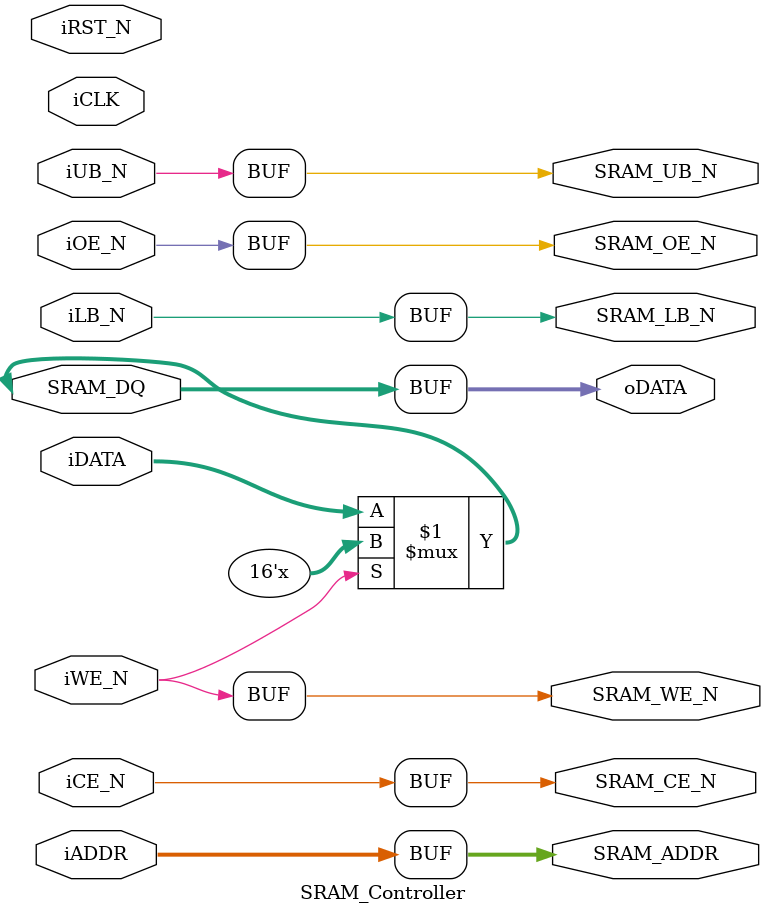
<source format=v>
module	SRAM_Controller(

	//	Host Side
	iRST_N,
	iCLK,
	iWE_N,
	iOE_N,
	iCE_N,
	iLB_N,
	iUB_N,
	iADDR,
	iDATA,
	oDATA,
	
	// SRAM interface
	SRAM_DQ,
	SRAM_WE_N,
	SRAM_OE_N,
	SRAM_CE_N,
	SRAM_LB_N,
	SRAM_UB_N,
	SRAM_ADDR
);


//	Host Side
input					iRST_N;
input					iCLK;
input					iWE_N;
input					iOE_N;
input					iCE_N;
input					iLB_N;
input					iUB_N;
input		[19:0]	iADDR;
input		[15:0]	iDATA;
output	[15:0]	oDATA;

//	SRAM Side
inout		[15:0]	SRAM_DQ;
output				SRAM_WE_N;
output				SRAM_OE_N;
output				SRAM_CE_N;
output				SRAM_LB_N;
output				SRAM_UB_N;
output	[19:0]	SRAM_ADDR;

assign	SRAM_DQ 	=	SRAM_WE_N ? 16'hzzzz : iDATA;
assign	oDATA		=	SRAM_DQ;
assign	SRAM_ADDR	=	iADDR;
assign	SRAM_WE_N	=	iWE_N;
assign	SRAM_OE_N	=	iOE_N;
assign	SRAM_CE_N	=	iCE_N;
assign	SRAM_LB_N	=	iLB_N;
assign	SRAM_UB_N	=	iUB_N;


endmodule
</source>
